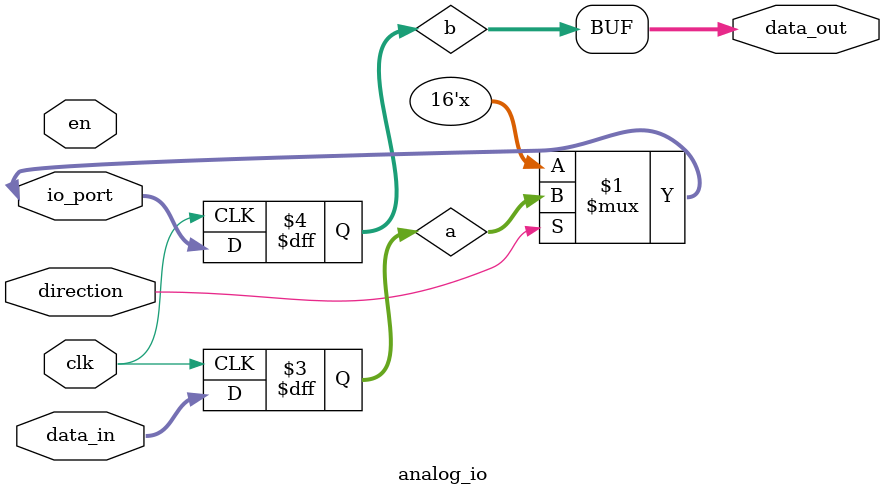
<source format=v>
module analog_io(clk, en, direction, data_in, data_out, io_port);
    parameter BITS = 16;

    input   clk;        // The standard clock    
    input   en;         // Enable signal
    input   direction;  // Direction of io, 1 = set output, 0 = read input
    input   [BITS-1:0] data_in;    // Data to send out when direction is 1
    output  [BITS-1:0] data_out;   // Result of input pin when direction is 0
    inout   [BITS-1:0] io_port;     // The i/o port to send data through

    reg [BITS-1:0] a;
    reg [BITS-1:0] b;    

    assign io_port  = direction ? a : 16'bz;
    assign data_out = b;

    always @ (posedge clk)
    begin
       b <= io_port;
       a <= data_in;
    end
endmodule
</source>
